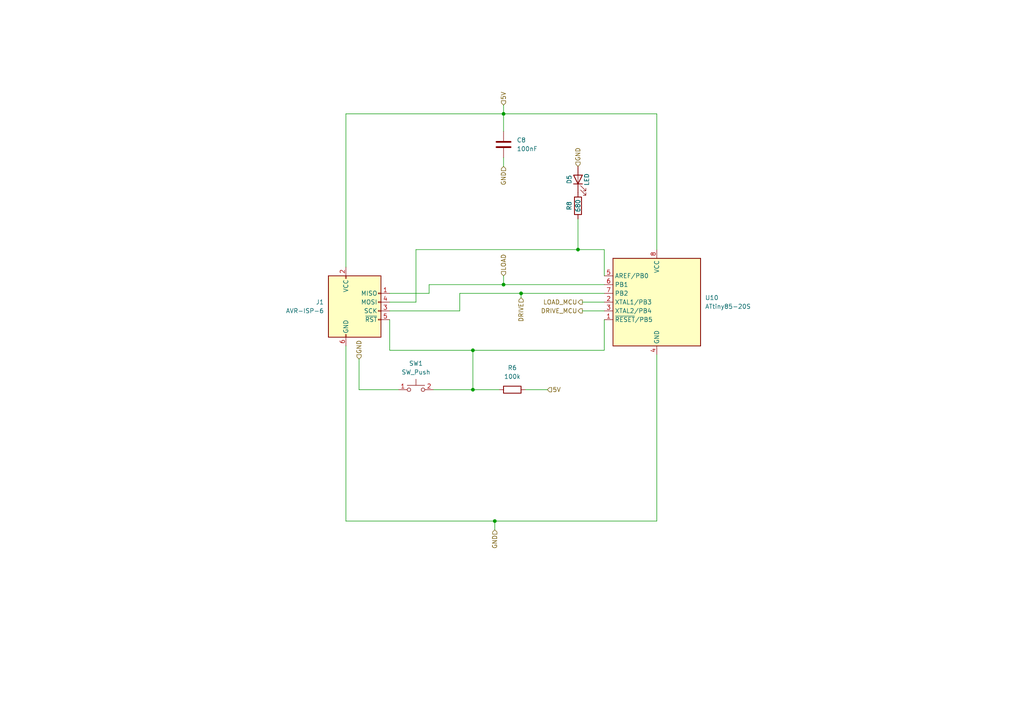
<source format=kicad_sch>
(kicad_sch (version 20211123) (generator eeschema)
  (paper "A4")
  (lib_symbols
    (symbol "Connector:AVR-ISP-6" (pin_names (offset 1.016))
      (property "Reference" "J" (at -6.35 11.43 0))
      (property "Value" "AVR-ISP-6" (at 0 11.43 0))
      (symbol "AVR-ISP-6_0_1"
        (rectangle (start -2.667 -6.858) (end -2.413 -7.62))
        (rectangle (start -2.667 10.16) (end -2.413 9.398))
        (rectangle (start 7.62 -2.413) (end 6.858 -2.667))
        (rectangle (start 7.62 0.127) (end 6.858 -0.127))
        (rectangle (start 7.62 2.667) (end 6.858 2.413))
        (rectangle (start 7.62 5.207) (end 6.858 4.953))
        (rectangle (start 7.62 10.16) (end -7.62 -7.62) (stroke (width 0.254)) (fill (type background)))
      )
      (symbol "AVR-ISP-6_1_1"
        (pin passive line (at 10.16 5.08 180) (length 2.54) (name "MISO") (number "1"))
        (pin passive line (at -2.54 12.7 270) (length 2.54) (name "VCC") (number "2"))
        (pin passive line (at 10.16 0 180) (length 2.54) (name "SCK") (number "3"))
        (pin passive line (at 10.16 2.54 180) (length 2.54) (name "MOSI") (number "4"))
        (pin passive line (at 10.16 -2.54 180) (length 2.54) (name "~{RST}") (number "5"))
        (pin passive line (at -2.54 -10.16 90) (length 2.54) (name "GND") (number "6"))
      )
    )
    (symbol "Device:C" (pin_numbers hide) (pin_names (offset 0.254))
      (property "Reference" "C" (at 0.635 2.54 0))
      (property "Value" "C" (at 0.635 -2.54 0))
      (symbol "C_0_1"
        (polyline (pts (xy -2.032 -0.762) (xy 2.032 -0.762)) (stroke (width 0.508)))
        (polyline (pts (xy -2.032 0.762) (xy 2.032 0.762)) (stroke (width 0.508)))
      )
      (symbol "C_1_1"
        (pin passive line (at 0 3.81 270) (length 2.794) (name "~") (number "1"))
        (pin passive line (at 0 -3.81 90) (length 2.794) (name "~") (number "2"))
      )
    )
    (symbol "Device:LED" (pin_numbers hide) (pin_names (offset 1.016) hide)
      (property "Reference" "D" (at 0 2.54 0))
      (property "Value" "LED" (at 0 -2.54 0))
      (symbol "LED_0_1"
        (polyline (pts (xy -1.27 -1.27) (xy -1.27 1.27)) (stroke (width 0.254)))
        (polyline (pts (xy -1.27 0) (xy 1.27 0)))
        (polyline (pts (xy 1.27 -1.27) (xy 1.27 1.27) (xy -1.27 0) (xy 1.27 -1.27)) (stroke (width 0.254)))
        (polyline (pts (xy -3.048 -0.762) (xy -4.572 -2.286) (xy -3.81 -2.286) (xy -4.572 -2.286) (xy -4.572 -1.524)))
        (polyline (pts (xy -1.778 -0.762) (xy -3.302 -2.286) (xy -2.54 -2.286) (xy -3.302 -2.286) (xy -3.302 -1.524)))
      )
      (symbol "LED_1_1"
        (pin passive line (at -3.81 0 0) (length 2.54) (name "K") (number "1"))
        (pin passive line (at 3.81 0 180) (length 2.54) (name "A") (number "2"))
      )
    )
    (symbol "Device:R" (pin_numbers hide) (pin_names (offset 0))
      (property "Reference" "R" (at 2.032 0 90))
      (property "Value" "R" (at 0 0 90))
      (symbol "R_0_1"
        (rectangle (start -1.016 -2.54) (end 1.016 2.54) (stroke (width 0.254)))
      )
      (symbol "R_1_1"
        (pin passive line (at 0 3.81 270) (length 1.27) (name "~") (number "1"))
        (pin passive line (at 0 -3.81 90) (length 1.27) (name "~") (number "2"))
      )
    )
    (symbol "Eralp's Library:SW_Push" (pin_names (offset 1.016) hide)
      (property "Reference" "SW" (at 1.27 2.54 0))
      (property "Value" "SW_Push" (at 0 -1.524 0))
      (symbol "SW_Push_0_1"
        (circle (center -2.032 0) (radius 0.508))
        (polyline (pts (xy 0 1.27) (xy 0 3.048)))
        (polyline (pts (xy 2.54 1.27) (xy -2.54 1.27)))
        (circle (center 2.032 0) (radius 0.508))
        (pin passive line (at -5.08 0 0) (length 2.54) (name "1") (number "1"))
        (pin passive line (at 5.08 0 180) (length 2.54) (name "2") (number "2"))
      )
    )
    (symbol "MCU_Microchip_ATtiny:ATtiny85-20S"
      (property "Reference" "U" (at -12.7 13.97 0))
      (property "Value" "ATtiny85-20S" (at 2.54 -13.97 0))
      (symbol "ATtiny85-20S_0_1"
        (rectangle (start -12.7 -12.7) (end 12.7 12.7) (stroke (width 0.254)) (fill (type background)))
      )
      (symbol "ATtiny85-20S_1_1"
        (pin bidirectional line (at 15.24 -5.08 180) (length 2.54) (name "~{RESET}/PB5") (number "1"))
        (pin bidirectional line (at 15.24 0 180) (length 2.54) (name "XTAL1/PB3") (number "2"))
        (pin bidirectional line (at 15.24 -2.54 180) (length 2.54) (name "XTAL2/PB4") (number "3"))
        (pin power_in line (at 0 -15.24 90) (length 2.54) (name "GND") (number "4"))
        (pin bidirectional line (at 15.24 7.62 180) (length 2.54) (name "AREF/PB0") (number "5"))
        (pin bidirectional line (at 15.24 5.08 180) (length 2.54) (name "PB1") (number "6"))
        (pin bidirectional line (at 15.24 2.54 180) (length 2.54) (name "PB2") (number "7"))
        (pin power_in line (at 0 15.24 270) (length 2.54) (name "VCC") (number "8"))
      )
    )
  )
  (junction (at 137.16 113.03))
  (junction (at 167.64 72.39))
  (junction (at 151.13 85.09))
  (junction (at 146.05 82.55))
  (junction (at 146.05 33.02))
  (junction (at 143.51 151.13))
  (junction (at 137.16 101.6))
  (wire (pts (xy 175.26 72.39) (xy 175.26 80.01)))
  (wire (pts (xy 113.03 92.71) (xy 113.03 101.6)))
  (wire (pts (xy 104.14 104.14) (xy 104.14 113.03)))
  (wire (pts (xy 190.5 102.87) (xy 190.5 151.13)))
  (wire (pts (xy 151.13 85.09) (xy 175.26 85.09)))
  (wire (pts (xy 151.13 85.09) (xy 151.13 86.36)))
  (wire (pts (xy 100.33 33.02) (xy 146.05 33.02)))
  (wire (pts (xy 113.03 90.17) (xy 133.35 90.17)))
  (wire (pts (xy 146.05 33.02) (xy 146.05 38.1)))
  (wire (pts (xy 137.16 113.03) (xy 144.78 113.03)))
  (wire (pts (xy 143.51 151.13) (xy 190.5 151.13)))
  (wire (pts (xy 167.64 72.39) (xy 175.26 72.39)))
  (wire (pts (xy 133.35 90.17) (xy 133.35 85.09)))
  (wire (pts (xy 113.03 101.6) (xy 137.16 101.6)))
  (wire (pts (xy 100.33 100.33) (xy 100.33 151.13)))
  (wire (pts (xy 168.91 87.63) (xy 175.26 87.63)))
  (wire (pts (xy 100.33 77.47) (xy 100.33 33.02)))
  (wire (pts (xy 113.03 87.63) (xy 120.65 87.63)))
  (wire (pts (xy 113.03 85.09) (xy 124.46 85.09)))
  (wire (pts (xy 137.16 101.6) (xy 175.26 101.6)))
  (wire (pts (xy 143.51 151.13) (xy 143.51 153.67)))
  (wire (pts (xy 120.65 87.63) (xy 120.65 72.39)))
  (wire (pts (xy 167.64 63.5) (xy 167.64 72.39)))
  (wire (pts (xy 146.05 30.48) (xy 146.05 33.02)))
  (wire (pts (xy 104.14 113.03) (xy 115.57 113.03)))
  (wire (pts (xy 152.4 113.03) (xy 158.75 113.03)))
  (wire (pts (xy 146.05 45.72) (xy 146.05 48.26)))
  (wire (pts (xy 133.35 85.09) (xy 151.13 85.09)))
  (wire (pts (xy 124.46 85.09) (xy 124.46 82.55)))
  (wire (pts (xy 146.05 80.01) (xy 146.05 82.55)))
  (wire (pts (xy 175.26 101.6) (xy 175.26 92.71)))
  (wire (pts (xy 137.16 101.6) (xy 137.16 113.03)))
  (wire (pts (xy 146.05 33.02) (xy 190.5 33.02)))
  (wire (pts (xy 190.5 33.02) (xy 190.5 72.39)))
  (wire (pts (xy 125.73 113.03) (xy 137.16 113.03)))
  (wire (pts (xy 120.65 72.39) (xy 167.64 72.39)))
  (wire (pts (xy 124.46 82.55) (xy 146.05 82.55)))
  (wire (pts (xy 168.91 90.17) (xy 175.26 90.17)))
  (wire (pts (xy 146.05 82.55) (xy 175.26 82.55)))
  (wire (pts (xy 100.33 151.13) (xy 143.51 151.13)))
  (hierarchical_label "GND" (shape input) (at 104.14 104.14 90))
  (hierarchical_label "DRIVE_MCU" (shape output) (at 168.91 90.17 180))
  (hierarchical_label "GND" (shape input) (at 143.51 153.67 270))
  (hierarchical_label "LOAD_MCU" (shape output) (at 168.91 87.63 180))
  (hierarchical_label "GND" (shape input) (at 167.64 48.26 90))
  (hierarchical_label "5V" (shape input) (at 158.75 113.03 0))
  (hierarchical_label "DRIVE" (shape input) (at 151.13 86.36 270))
  (hierarchical_label "GND" (shape input) (at 146.05 48.26 270))
  (hierarchical_label "LOAD" (shape input) (at 146.05 80.01 90))
  (hierarchical_label "5V" (shape input) (at 146.05 30.48 90))
  (symbol (lib_id "MCU_Microchip_ATtiny:ATtiny85-20S") (at 190.5 87.63 0) (mirror y) (unit 1)
    (property "Reference" "U10" (at 204.47 86.3599 0) (effects (justify right)))
    (property "Value" "ATtiny85-20S" (at 204.47 88.8999 0) (effects (justify right)))
    (property "Footprint" "Package_SO:SOIC-8W_5.3x5.3mm_P1.27mm" (effects hide))
    (property "Datasheet" "http://ww1.microchip.com/downloads/en/DeviceDoc/atmel-2586-avr-8-bit-microcontroller-attiny25-attiny45-attiny85_datasheet.pdf" (effects hide))
  )
  (symbol (lib_id "Device:R") (at 167.64 59.69 180) (unit 1)
    (property "Reference" "R8" (at 165.1 59.69 90))
    (property "Value" "680" (at 167.64 59.69 90))
    (property "Footprint" "Resistor_SMD:R_0805_2012Metric_Pad1.20x1.40mm_HandSolder" (effects hide))
  )
  (symbol (lib_id "Device:C") (at 146.05 41.91 0) (unit 1)
    (property "Reference" "C8" (at 149.86 40.6399 0) (effects (justify left)))
    (property "Value" "100nF" (at 149.86 43.1799 0) (effects (justify left)))
    (property "Footprint" "Capacitor_SMD:C_0805_2012Metric_Pad1.18x1.45mm_HandSolder" (effects hide))
  )
  (symbol (lib_id "Connector:AVR-ISP-6") (at 102.87 90.17 0) (unit 1)
    (property "Reference" "J1" (at 93.98 87.6299 0) (effects (justify right)))
    (property "Value" "AVR-ISP-6" (at 93.98 90.1699 0) (effects (justify right)))
    (property "Footprint" "Connector_PinHeader_2.00mm:PinHeader_2x03_P2.00mm_Vertical" (effects hide))
    (property "Datasheet" " ~" (effects hide))
  )
  (symbol (lib_id "Device:R") (at 148.59 113.03 90) (unit 1)
    (property "Reference" "R6" (at 148.59 106.68 90))
    (property "Value" "100k" (at 148.59 109.22 90))
    (property "Footprint" "Resistor_SMD:R_0805_2012Metric_Pad1.20x1.40mm_HandSolder" (effects hide))
  )
  (symbol (lib_id "Device:LED") (at 167.64 52.07 90) (unit 1)
    (property "Reference" "D5" (at 165.1 52.07 0))
    (property "Value" "LED" (at 170.18 52.07 0))
    (property "Footprint" "LED_SMD:LED_0805_2012Metric_Pad1.15x1.40mm_HandSolder" (effects hide))
  )
  (symbol (lib_id "Eralp's Library:SW_Push") (at 120.65 113.03 0) (unit 1)
    (property "Reference" "SW1" (at 120.65 105.41 0))
    (property "Value" "SW_Push" (at 120.65 107.95 0))
    (property "Footprint" "Button_Switch_SMD:13019319" (effects hide))
  )
)
</source>
